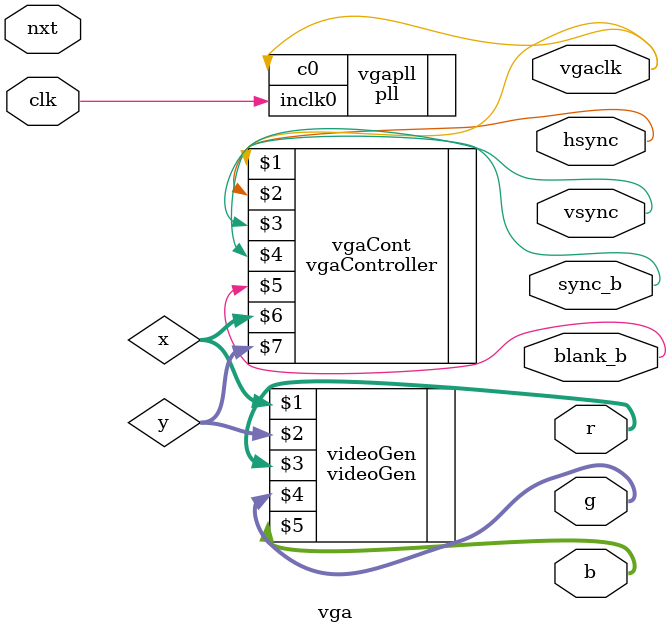
<source format=sv>
module vga(input logic clk, nxt,
			  output logic vgaclk, // 25.175 MHz VGA clock
			  output logic hsync, vsync,
			  output logic sync_b, blank_b, // To monitor 
			  output logic [7:0] r, g, b);
			  
	logic [9:0] x, y;
	
	// Modulo para obtener 25MHz
	pll vgapll(.inclk0(clk), .c0(vgaclk));

	// Generador de señales para el monitor
	vgaController vgaCont(vgaclk, hsync, vsync, sync_b, blank_b, x, y);
	
	// Modulo para pintar la pantalla
	videoGen videoGen(x, y, r, g, b);
endmodule

</source>
